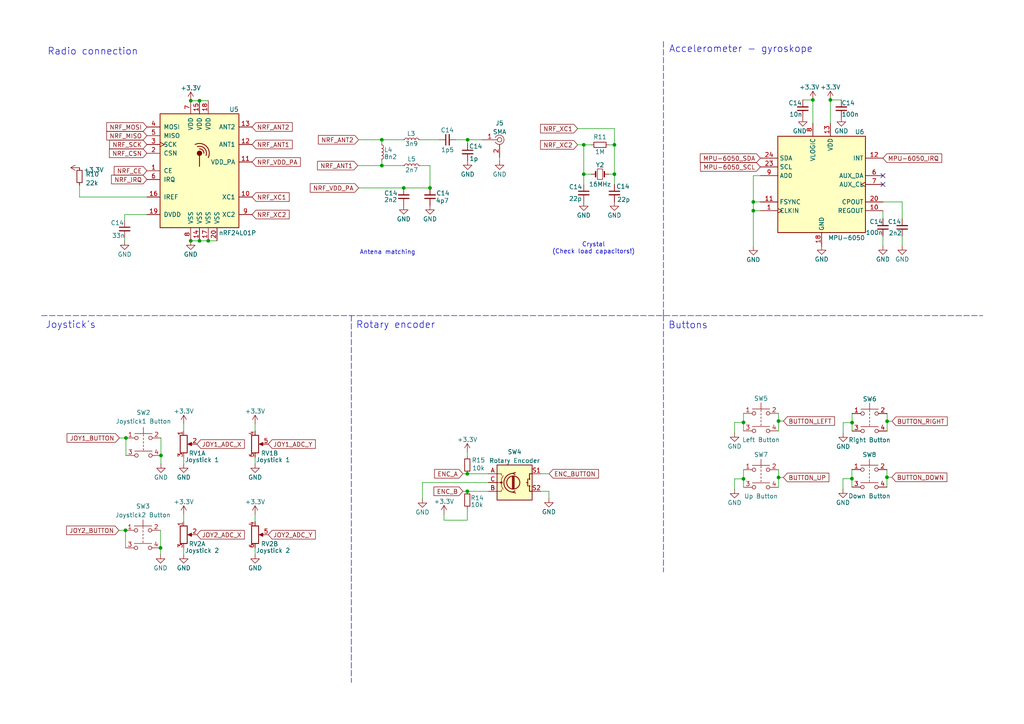
<source format=kicad_sch>
(kicad_sch (version 20230121) (generator eeschema)
  (paper "A4")
  (title_block (title "nRF24L01+") (date "2023-06-22") (rev "v01") (comment 1 "Radio communication IC schematic"))
  (lib_symbols
    (symbol "Device:C_Small" (pin_numbers hide) (pin_names (offset 0.254) hide)
      (property "Reference" "C" (at 0.254 1.778 0))
      (property "Value" "C_Small" (at 0.254 -2.032 0))
      (symbol "C_Small_0_1"
        (polyline (pts (xy -1.524 -0.508) (xy 1.524 -0.508)) (stroke (width 0.3302)))
        (polyline (pts (xy -1.524 0.508) (xy 1.524 0.508)) (stroke (width 0.3048)))
      )
      (symbol "C_Small_1_1"
        (pin passive line (at 0 2.54 270) (length 2.032) (name "~") (number "1"))
        (pin passive line (at 0 -2.54 90) (length 2.032) (name "~") (number "2"))
      )
    )
    (symbol "Device:Crystal_Small" (pin_numbers hide) (pin_names (offset 1.016) hide)
      (property "Reference" "Y" (at 0 2.54 0))
      (property "Value" "Crystal_Small" (at 0 -2.54 0))
      (symbol "Crystal_Small_0_1"
        (rectangle (start -0.762 -1.524) (end 0.762 1.524))
        (polyline (pts (xy -1.27 -0.762) (xy -1.27 0.762)) (stroke (width 0.381)))
        (polyline (pts (xy 1.27 -0.762) (xy 1.27 0.762)) (stroke (width 0.381)))
      )
      (symbol "Crystal_Small_1_1"
        (pin passive line (at -2.54 0 0) (length 1.27) (name "1") (number "1"))
        (pin passive line (at 2.54 0 180) (length 1.27) (name "2") (number "2"))
      )
    )
    (symbol "Device:L_Small" (pin_numbers hide) (pin_names (offset 0.254) hide)
      (property "Reference" "L" (at 0.762 1.016 0))
      (property "Value" "L_Small" (at 0.762 -1.016 0))
      (symbol "L_Small_0_1"
        (arc (start 0 -2.032) (mid 0.5058 -1.524) (end 0 -1.016))
        (arc (start 0 -1.016) (mid 0.5058 -0.508) (end 0 0))
        (arc (start 0 0) (mid 0.5058 0.508) (end 0 1.016))
        (arc (start 0 1.016) (mid 0.5058 1.524) (end 0 2.032))
      )
      (symbol "L_Small_1_1"
        (pin passive line (at 0 2.54 270) (length 0.508) (name "~") (number "1"))
        (pin passive line (at 0 -2.54 90) (length 0.508) (name "~") (number "2"))
      )
    )
    (symbol "Device:R_Potentiometer_Dual_Separate" (pin_names (offset 1.016) hide)
      (property "Reference" "RV" (at -4.445 0 90))
      (property "Value" "R_Potentiometer_Dual_Separate" (at -2.54 0 90))
      (symbol "R_Potentiometer_Dual_Separate_0_1"
        (polyline (pts (xy 2.54 0) (xy 1.524 0)))
        (polyline (pts (xy 1.143 0) (xy 2.286 0.508) (xy 2.286 -0.508) (xy 1.143 0)) (fill (type outline)))
        (rectangle (start 1.016 2.54) (end -1.016 -2.54) (stroke (width 0.254)))
      )
      (symbol "R_Potentiometer_Dual_Separate_1_1"
        (pin passive line (at 0 3.81 270) (length 1.27) (name "1") (number "1"))
        (pin passive line (at 3.81 0 180) (length 1.27) (name "2") (number "2"))
        (pin passive line (at 0 -3.81 90) (length 1.27) (name "3") (number "3"))
      )
      (symbol "R_Potentiometer_Dual_Separate_2_1"
        (pin passive line (at 0 3.81 270) (length 1.27) (name "4") (number "4"))
        (pin passive line (at 3.81 0 180) (length 1.27) (name "5") (number "5"))
        (pin passive line (at 0 -3.81 90) (length 1.27) (name "6") (number "6"))
      )
    )
    (symbol "Device:R_Small" (pin_numbers hide) (pin_names (offset 0.254) hide)
      (property "Reference" "R" (at 0.762 0.508 0))
      (property "Value" "R_Small" (at 0.762 -1.016 0))
      (symbol "R_Small_0_1"
        (rectangle (start -0.762 1.778) (end 0.762 -1.778) (stroke (width 0.2032)))
      )
      (symbol "R_Small_1_1"
        (pin passive line (at 0 2.54 270) (length 0.762) (name "~") (number "1"))
        (pin passive line (at 0 -2.54 90) (length 0.762) (name "~") (number "2"))
      )
    )
    (symbol "Device:RotaryEncoder_Switch" (pin_names (offset 0.254) hide)
      (property "Reference" "SW" (at 0 6.604 0))
      (property "Value" "RotaryEncoder_Switch" (at 0 -6.604 0))
      (symbol "RotaryEncoder_Switch_0_1"
        (rectangle (start -5.08 5.08) (end 5.08 -5.08) (stroke (width 0.254)) (fill (type background)))
        (circle (center -3.81 0) (radius 0.254) (fill (type outline)))
        (circle (center -0.381 0) (radius 1.905) (stroke (width 0.254)))
        (arc (start -0.381 2.667) (mid -3.0988 -0.0635) (end -0.381 -2.794) (stroke (width 0.254)))
        (polyline (pts (xy -0.635 -1.778) (xy -0.635 1.778)) (stroke (width 0.254)))
        (polyline (pts (xy -0.381 -1.778) (xy -0.381 1.778)) (stroke (width 0.254)))
        (polyline (pts (xy -0.127 1.778) (xy -0.127 -1.778)) (stroke (width 0.254)))
        (polyline (pts (xy 3.81 0) (xy 3.429 0)) (stroke (width 0.254)))
        (polyline (pts (xy 3.81 1.016) (xy 3.81 -1.016)) (stroke (width 0.254)))
        (polyline (pts (xy -5.08 -2.54) (xy -3.81 -2.54) (xy -3.81 -2.032)))
        (polyline (pts (xy -5.08 2.54) (xy -3.81 2.54) (xy -3.81 2.032)))
        (polyline (pts (xy 0.254 -3.048) (xy -0.508 -2.794) (xy 0.127 -2.413)) (stroke (width 0.254)))
        (polyline (pts (xy 0.254 2.921) (xy -0.508 2.667) (xy 0.127 2.286)) (stroke (width 0.254)))
        (polyline (pts (xy 5.08 -2.54) (xy 4.318 -2.54) (xy 4.318 -1.016)) (stroke (width 0.254)))
        (polyline (pts (xy 5.08 2.54) (xy 4.318 2.54) (xy 4.318 1.016)) (stroke (width 0.254)))
        (polyline (pts (xy -5.08 0) (xy -3.81 0) (xy -3.81 -1.016) (xy -3.302 -2.032)))
        (polyline (pts (xy -4.318 0) (xy -3.81 0) (xy -3.81 1.016) (xy -3.302 2.032)))
        (circle (center 4.318 -1.016) (radius 0.127) (stroke (width 0.254)))
        (circle (center 4.318 1.016) (radius 0.127) (stroke (width 0.254)))
      )
      (symbol "RotaryEncoder_Switch_1_1"
        (pin passive line (at -7.62 2.54 0) (length 2.54) (name "A") (number "A"))
        (pin passive line (at -7.62 -2.54 0) (length 2.54) (name "B") (number "B"))
        (pin passive line (at -7.62 0 0) (length 2.54) (name "C") (number "C"))
        (pin passive line (at 7.62 2.54 180) (length 2.54) (name "S1") (number "S1"))
        (pin passive line (at 7.62 -2.54 180) (length 2.54) (name "S2") (number "S2"))
      )
    )
    (symbol "RF:nRF24L01P" (pin_names (offset 1.016))
      (property "Reference" "U5" (at 4.4959 20.066 0))
      (property "Value" "nRF24L01P" (at 4.4959 17.526 0))
      (symbol "nRF24L01P_0_1"
        (rectangle (start -11.43 16.51) (end 11.43 -16.51) (stroke (width 0.254)) (fill (type background)))
        (polyline (pts (xy 0 4.445) (xy 0 1.27)) (stroke (width 0.254)))
        (circle (center 0 5.08) (radius 0.635) (stroke (width 0.254)) (fill (type outline)))
        (arc (start 1.27 5.08) (mid 0.9071 5.9946) (end 0 6.35) (stroke (width 0.254)))
        (arc (start 1.905 4.445) (mid 1.4313 6.5254) (end -0.635 6.985) (stroke (width 0.254)))
        (arc (start 2.54 3.81) (mid 2.008 7.088) (end -1.27 7.62) (stroke (width 0.254)))
        (rectangle (start 11.43 -13.97) (end 11.43 -13.97))
      )
      (symbol "nRF24L01P_1_1"
        (pin input line (at -15.24 0 0) (length 3.81) (name "CE") (number "1"))
        (pin passive line (at 15.24 -7.62 180) (length 3.81) (name "XC1") (number "10"))
        (pin power_out line (at 15.24 2.54 180) (length 3.81) (name "VDD_PA") (number "11"))
        (pin passive line (at 15.24 7.62 180) (length 3.81) (name "ANT1") (number "12"))
        (pin passive line (at 15.24 12.7 180) (length 3.81) (name "ANT2") (number "13"))
        (pin power_in line (at 0 -20.32 90) (length 3.81) (name "VSS") (number "14"))
        (pin power_in line (at 0 20.32 270) (length 3.81) (name "VDD") (number "15"))
        (pin passive line (at -15.24 -7.62 0) (length 3.81) (name "IREF") (number "16"))
        (pin power_in line (at 2.54 -20.32 90) (length 3.81) (name "VSS") (number "17"))
        (pin power_in line (at 2.54 20.32 270) (length 3.81) (name "VDD") (number "18"))
        (pin power_out line (at -15.24 -12.7 0) (length 3.81) (name "DVDD") (number "19"))
        (pin input line (at -15.24 5.08 0) (length 3.81) (name "CSN") (number "2"))
        (pin power_in line (at 5.08 -20.32 90) (length 3.81) (name "VSS") (number "20"))
        (pin input clock (at -15.24 7.62 0) (length 3.81) (name "SCK") (number "3"))
        (pin input line (at -15.24 12.7 0) (length 3.81) (name "MOSI") (number "4"))
        (pin output line (at -15.24 10.16 0) (length 3.81) (name "MISO") (number "5"))
        (pin output line (at -15.24 -2.54 0) (length 3.81) (name "IRQ") (number "6"))
        (pin power_in line (at -2.54 20.32 270) (length 3.81) (name "VDD") (number "7"))
        (pin power_in line (at -2.54 -20.32 90) (length 3.81) (name "VSS") (number "8"))
        (pin passive line (at 15.24 -12.7 180) (length 3.81) (name "XC2") (number "9"))
      )
    )
    (symbol "Sensor_Motion:MPU-6050"
      (property "Reference" "U" (at -11.43 13.97 0))
      (property "Value" "MPU-6050" (at 7.62 -15.24 0))
      (symbol "MPU-6050_0_0"
        (text "" (at 12.7 -2.54 0) (effects (font (size 1.27 1.27))))
      )
      (symbol "MPU-6050_0_1"
        (rectangle (start -12.7 13.97) (end 12.7 -13.97) (stroke (width 0.254)) (fill (type background)))
      )
      (symbol "MPU-6050_1_1"
        (pin input clock (at -17.78 -7.62 0) (length 5.08) (name "CLKIN") (number "1"))
        (pin passive line (at 17.78 -7.62 180) (length 5.08) (name "REGOUT") (number "10"))
        (pin input line (at -17.78 -5.08 0) (length 5.08) (name "FSYNC") (number "11"))
        (pin output line (at 17.78 7.62 180) (length 5.08) (name "INT") (number "12"))
        (pin power_in line (at 2.54 17.78 270) (length 3.81) (name "VDD") (number "13"))
        (pin no_connect line (at -12.7 -10.16 0) (length 2.54) hide (name "NC") (number "14"))
        (pin no_connect line (at 12.7 12.7 180) (length 2.54) hide (name "NC") (number "15"))
        (pin no_connect line (at 12.7 10.16 180) (length 2.54) hide (name "NC") (number "16"))
        (pin no_connect line (at 12.7 5.08 180) (length 2.54) hide (name "NC") (number "17"))
        (pin power_in line (at 0 -17.78 90) (length 3.81) (name "GND") (number "18"))
        (pin no_connect line (at 12.7 -10.16 180) (length 2.54) hide (name "RESV") (number "19"))
        (pin no_connect line (at -12.7 12.7 0) (length 2.54) hide (name "NC") (number "2"))
        (pin passive line (at 17.78 -5.08 180) (length 5.08) (name "CPOUT") (number "20"))
        (pin no_connect line (at 12.7 -2.54 180) (length 2.54) hide (name "RESV") (number "21"))
        (pin no_connect line (at 12.7 -12.7 180) (length 2.54) hide (name "RESV") (number "22"))
        (pin input line (at -17.78 5.08 0) (length 5.08) (name "SCL") (number "23"))
        (pin bidirectional line (at -17.78 7.62 0) (length 5.08) (name "SDA") (number "24"))
        (pin no_connect line (at -12.7 10.16 0) (length 2.54) hide (name "NC") (number "3"))
        (pin no_connect line (at -12.7 0 0) (length 2.54) hide (name "NC") (number "4"))
        (pin no_connect line (at -12.7 -2.54 0) (length 2.54) hide (name "NC") (number "5"))
        (pin bidirectional line (at 17.78 2.54 180) (length 5.08) (name "AUX_DA") (number "6"))
        (pin output clock (at 17.78 0 180) (length 5.08) (name "AUX_CL") (number "7"))
        (pin power_in line (at -2.54 17.78 270) (length 3.81) (name "VLOGIC") (number "8"))
        (pin input line (at -17.78 2.54 0) (length 5.08) (name "AD0") (number "9"))
      )
    )
    (symbol "Switch:SW_Push_Dual" (pin_names (offset 1.016) hide)
      (property "Reference" "SW" (at 1.27 2.54 0))
      (property "Value" "SW_Push_Dual" (at 0 -6.858 0))
      (symbol "SW_Push_Dual_0_1"
        (circle (center -2.032 -5.08) (radius 0.508))
        (circle (center -2.032 0) (radius 0.508))
        (polyline (pts (xy 0 -3.048) (xy 0 -3.556)))
        (polyline (pts (xy 0 -2.032) (xy 0 -2.54)))
        (polyline (pts (xy 0 -1.524) (xy 0 -1.016)))
        (polyline (pts (xy 0 -0.508) (xy 0 0)))
        (polyline (pts (xy 0 0.508) (xy 0 1.016)))
        (polyline (pts (xy 0 1.27) (xy 0 3.048)))
        (polyline (pts (xy 2.54 -3.81) (xy -2.54 -3.81)))
        (polyline (pts (xy 2.54 1.27) (xy -2.54 1.27)))
        (circle (center 2.032 -5.08) (radius 0.508))
        (circle (center 2.032 0) (radius 0.508))
        (pin passive line (at -5.08 0 0) (length 2.54) (name "1") (number "1"))
        (pin passive line (at 5.08 0 180) (length 2.54) (name "2") (number "2"))
        (pin passive line (at -5.08 -5.08 0) (length 2.54) (name "3") (number "3"))
        (pin passive line (at 5.08 -5.08 180) (length 2.54) (name "4") (number "4"))
      )
    )
    (symbol "dk_Coaxial-Connectors-RF:142-0701-801" (pin_names (offset 1.016))
      (property "Reference" "J" (at -1.27 1.27 0))
      (property "Value" "142-0701-801" (at 1.27 -2.54 0))
      (symbol "142-0701-801_1_1"
        (arc (start -1.27 0) (mid -0.2651 -1.3081) (end 1.27 -0.635))
        (circle (center 0 0) (radius 0.635))
        (arc (start 1.27 0.635) (mid -0.2496 1.3256) (end -1.27 0))
        (pin passive line (at 5.08 0 180) (length 4.445) (name "~") (number "1"))
        (pin passive line (at 0 -5.08 90) (length 3.683) (name "~") (number "2"))
      )
    )
    (symbol "power:+3.3V" (power) (pin_names (offset 0))
      (property "Value" "+3.3V" (at 0 3.556 0))
      (symbol "+3.3V_0_1"
        (polyline (pts (xy -0.762 1.27) (xy 0 2.54)))
        (polyline (pts (xy 0 0) (xy 0 2.54)))
        (polyline (pts (xy 0 2.54) (xy 0.762 1.27)))
      )
      (symbol "+3.3V_1_1"
        (pin power_in line (at 0 0 90) (length 0) hide (name "+3.3V") (number "1"))
      )
    )
    (symbol "power:GND" (power) (pin_names (offset 0))
      (property "Value" "GND" (at 0 -3.81 0))
      (symbol "GND_0_1"
        (polyline (pts (xy 0 0) (xy 0 -1.27) (xy 1.27 -1.27) (xy 0 -2.54) (xy -1.27 -1.27) (xy 0 -1.27)))
      )
      (symbol "GND_1_1"
        (pin power_in line (at 0 0 270) (length 0) hide (name "GND") (number "1"))
      )
    )
  )
  (junction (at 257.2512 138.43))
  (junction (at 225.806 122.1232))
  (junction (at 57.8612 29.21))
  (junction (at 36.5252 127.0254))
  (junction (at 225.806 138.4808))
  (junction (at 247.142 122.5804))
  (junction (at 135.636 40.5384))
  (junction (at 235.7628 28.9814))
  (junction (at 218.4908 61.1124))
  (junction (at 135.5344 137.414))
  (junction (at 55.3212 69.85))
  (junction (at 240.8428 28.9814))
  (junction (at 60.4012 69.85))
  (junction (at 169.3164 50.5206))
  (junction (at 124.714 54.5084))
  (junction (at 178.2064 50.5206))
  (junction (at 215.646 138.8872))
  (junction (at 117.094 54.5084))
  (junction (at 178.2064 42.0116))
  (junction (at 110.744 48.0314))
  (junction (at 57.8612 69.85))
  (junction (at 46.5582 158.9024))
  (junction (at 257.302 122.174))
  (junction (at 46.6852 132.1054))
  (junction (at 55.3212 29.21))
  (junction (at 218.4908 58.5724))
  (junction (at 36.3982 153.8224))
  (junction (at 110.744 40.5384))
  (junction (at 215.646 122.5296))
  (junction (at 247.0912 138.8364))
  (junction (at 135.5344 142.494))
  (junction (at 169.3164 42.0116))
  (no_connect (at 256.0828 50.9524))
  (no_connect (at 256.0828 53.4924))
  (wire (pts (xy 53.2892 149.2504) (xy 53.2892 151.2824)))
  (wire (pts (xy 36.1442 62.23) (xy 42.6212 62.23)))
  (wire (pts (xy 178.2064 50.5206) (xy 178.2064 42.0116)))
  (wire (pts (xy 110.744 48.0314) (xy 116.84 48.0314)))
  (wire (pts (xy 247.0912 136.1948) (xy 247.0912 138.8364)))
  (polyline (pts (xy 192.4304 12.0396) (xy 192.4304 91.5416)) (stroke (width 0) (type dash)))
  (wire (pts (xy 261.6708 68.4784) (xy 261.6708 71.2724)))
  (wire (pts (xy 110.744 46.6344) (xy 110.744 48.0314)))
  (wire (pts (xy 135.5344 142.494) (xy 141.6304 142.494)))
  (wire (pts (xy 257.302 119.9388) (xy 257.302 122.174)))
  (wire (pts (xy 169.3164 50.5206) (xy 171.4754 50.5206)))
  (wire (pts (xy 232.8418 28.9814) (xy 235.7628 28.9814)))
  (wire (pts (xy 215.646 122.5296) (xy 215.646 124.968)))
  (wire (pts (xy 53.2892 122.9614) (xy 53.2892 124.9934)))
  (wire (pts (xy 218.4908 58.5724) (xy 220.5228 58.5724)))
  (wire (pts (xy 215.646 138.8872) (xy 215.646 141.3256)))
  (wire (pts (xy 110.744 40.5384) (xy 116.84 40.5384)))
  (wire (pts (xy 46.5582 153.8224) (xy 46.5582 158.9024)))
  (wire (pts (xy 104.013 40.5384) (xy 110.744 40.5384)))
  (wire (pts (xy 178.2064 42.0116) (xy 178.2064 37.3126)))
  (wire (pts (xy 244.5004 138.8364) (xy 247.0912 138.8364)))
  (wire (pts (xy 60.4012 69.85) (xy 62.9412 69.85)))
  (wire (pts (xy 244.5004 141.8336) (xy 244.5004 138.8364)))
  (wire (pts (xy 53.2892 132.6134) (xy 53.2892 134.5184)))
  (wire (pts (xy 73.9902 158.9024) (xy 73.9902 160.8074)))
  (wire (pts (xy 141.6304 139.954) (xy 122.5296 139.954)))
  (wire (pts (xy 167.5384 42.0116) (xy 169.3164 42.0116)))
  (wire (pts (xy 128.778 149.1488) (xy 128.778 150.876)))
  (wire (pts (xy 257.302 122.174) (xy 258.7244 122.174)))
  (wire (pts (xy 42.6212 57.15) (xy 23.0632 57.15)))
  (wire (pts (xy 55.3212 29.21) (xy 57.8612 29.21)))
  (wire (pts (xy 23.0632 57.15) (xy 23.0632 53.721)))
  (wire (pts (xy 178.2064 53.4416) (xy 178.2064 50.5206)))
  (wire (pts (xy 225.806 122.1232) (xy 227.2284 122.1232)))
  (polyline (pts (xy 101.9048 91.5416) (xy 101.9048 197.9676)) (stroke (width 0) (type dash)))
  (wire (pts (xy 36.5252 127.0254) (xy 36.5252 132.1054)))
  (wire (pts (xy 134.2644 142.494) (xy 135.5344 142.494)))
  (wire (pts (xy 256.0828 68.4784) (xy 256.0828 71.2724)))
  (wire (pts (xy 257.2512 138.43) (xy 257.2512 141.2748)))
  (wire (pts (xy 34.6202 127.0254) (xy 36.5252 127.0254)))
  (wire (pts (xy 144.907 45.6184) (xy 144.907 46.6344)))
  (wire (pts (xy 169.3164 42.0116) (xy 171.4754 42.0116)))
  (wire (pts (xy 215.646 136.2456) (xy 215.646 138.8872)))
  (wire (pts (xy 247.142 119.9388) (xy 247.142 122.5804)))
  (polyline (pts (xy 192.4304 91.4908) (xy 192.4304 165.9128)) (stroke (width 0) (type dash)))
  (wire (pts (xy 36.3982 153.8224) (xy 36.3982 158.9024)))
  (wire (pts (xy 156.8704 142.494) (xy 159.2072 142.494)))
  (wire (pts (xy 135.5344 137.414) (xy 141.6304 137.414)))
  (wire (pts (xy 121.92 40.5384) (xy 127.254 40.5384)))
  (wire (pts (xy 213.0552 125.5268) (xy 213.0552 122.5296)))
  (wire (pts (xy 167.5384 37.3126) (xy 178.2064 37.3126)))
  (wire (pts (xy 218.4908 50.9524) (xy 218.4908 58.5724)))
  (wire (pts (xy 73.9902 122.9614) (xy 73.9902 124.9934)))
  (wire (pts (xy 57.8612 69.85) (xy 60.4012 69.85)))
  (wire (pts (xy 36.1442 68.961) (xy 36.1442 69.85)))
  (wire (pts (xy 240.8428 28.9814) (xy 240.8428 35.7124)))
  (wire (pts (xy 256.0828 58.5724) (xy 261.6708 58.5724)))
  (wire (pts (xy 124.714 48.0314) (xy 124.714 54.5084)))
  (wire (pts (xy 46.5582 158.9024) (xy 46.5582 160.8074)))
  (wire (pts (xy 213.0552 141.8844) (xy 213.0552 138.8872)))
  (wire (pts (xy 257.2512 136.1948) (xy 257.2512 138.43)))
  (wire (pts (xy 257.2512 138.43) (xy 258.6736 138.43)))
  (wire (pts (xy 225.806 136.2456) (xy 225.806 138.4808)))
  (wire (pts (xy 46.6852 127.0254) (xy 46.6852 132.1054)))
  (wire (pts (xy 134.2644 137.414) (xy 135.5344 137.414)))
  (wire (pts (xy 169.3164 53.4416) (xy 169.3164 50.5206)))
  (wire (pts (xy 218.4908 61.1124) (xy 218.4908 71.3994)))
  (wire (pts (xy 55.3212 69.85) (xy 57.8612 69.85)))
  (wire (pts (xy 225.806 138.4808) (xy 225.806 141.3256)))
  (wire (pts (xy 261.6708 58.5724) (xy 261.6708 63.3984)))
  (polyline (pts (xy 12.0396 91.5416) (xy 285.0388 91.5416)) (stroke (width 0) (type dash)))
  (wire (pts (xy 73.9902 132.6134) (xy 73.9902 134.5184)))
  (wire (pts (xy 73.9902 149.2504) (xy 73.9902 151.2824)))
  (wire (pts (xy 110.744 41.5544) (xy 110.744 40.5384)))
  (wire (pts (xy 176.5554 50.5206) (xy 178.2064 50.5206)))
  (wire (pts (xy 218.4908 58.5724) (xy 218.4908 61.1124)))
  (wire (pts (xy 132.334 40.5384) (xy 135.636 40.5384)))
  (wire (pts (xy 135.5344 150.876) (xy 135.5344 147.574)))
  (wire (pts (xy 178.2064 42.0116) (xy 176.5554 42.0116)))
  (wire (pts (xy 247.142 122.5804) (xy 247.142 125.0188)))
  (wire (pts (xy 244.5512 122.5804) (xy 247.142 122.5804)))
  (wire (pts (xy 135.636 40.5384) (xy 139.827 40.5384)))
  (wire (pts (xy 240.8428 28.9814) (xy 244.0178 28.9814)))
  (wire (pts (xy 159.2072 142.494) (xy 159.2072 144.526)))
  (wire (pts (xy 169.3164 42.0116) (xy 169.3164 50.5206)))
  (wire (pts (xy 104.013 54.5084) (xy 117.094 54.5084)))
  (wire (pts (xy 225.806 138.4808) (xy 227.2284 138.4808)))
  (wire (pts (xy 256.0828 61.1124) (xy 256.0828 63.3984)))
  (wire (pts (xy 220.5228 50.9524) (xy 218.4908 50.9524)))
  (wire (pts (xy 53.2892 158.9024) (xy 53.2892 160.8074)))
  (wire (pts (xy 225.806 122.1232) (xy 225.806 124.968)))
  (wire (pts (xy 225.806 119.888) (xy 225.806 122.1232)))
  (wire (pts (xy 135.5344 131.191) (xy 135.5344 132.334)))
  (wire (pts (xy 218.4908 61.1124) (xy 220.5228 61.1124)))
  (wire (pts (xy 156.8704 137.414) (xy 159.258 137.414)))
  (wire (pts (xy 215.646 119.888) (xy 215.646 122.5296)))
  (wire (pts (xy 46.6852 132.1054) (xy 46.6852 134.5184)))
  (wire (pts (xy 244.5512 125.5776) (xy 244.5512 122.5804)))
  (wire (pts (xy 121.92 48.0314) (xy 124.714 48.0314)))
  (wire (pts (xy 103.759 48.0314) (xy 110.744 48.0314)))
  (wire (pts (xy 57.8612 29.21) (xy 60.4012 29.21)))
  (wire (pts (xy 36.1442 63.881) (xy 36.1442 62.23)))
  (wire (pts (xy 247.0912 138.8364) (xy 247.0912 141.2748)))
  (wire (pts (xy 122.5296 139.954) (xy 122.5296 144.6276)))
  (wire (pts (xy 117.094 54.5084) (xy 124.714 54.5084)))
  (wire (pts (xy 213.0552 122.5296) (xy 215.646 122.5296)))
  (wire (pts (xy 213.0552 138.8872) (xy 215.646 138.8872)))
  (wire (pts (xy 135.636 40.5384) (xy 135.636 41.5544)))
  (wire (pts (xy 235.7628 28.9814) (xy 235.7628 35.7124)))
  (wire (pts (xy 128.778 150.876) (xy 135.5344 150.876)))
  (wire (pts (xy 34.4932 153.8224) (xy 36.3982 153.8224)))
  (wire (pts (xy 257.302 122.174) (xy 257.302 125.0188)))
  (text "Rotary encoder" (at 103.2256 95.504 0) (effects (font (size 2 2)) (justify left bottom)))
  (text "Radio connection\n" (at 13.716 16.2052 0) (effects (font (size 2 2)) (justify left bottom)))
  (text "Buttons\n" (at 193.802 95.6056 0) (effects (font (size 2 2)) (justify left bottom)))
  (text "Antena matching\n\n" (at 104.2924 76.0476 0) (effects (font (size 1.27 1.27)) (justify left bottom)))
  (text "Accelerometer - gyroskope\n\n" (at 194.0052 18.6944 0) (effects (font (size 2 2)) (justify left bottom)))
  (text "	    Crystal\n(Check load capacitors!)" (at 160.1216 73.8124 0) (effects (font (size 1.27 1.27)) (justify left bottom)))
  (text "Joystick's" (at 13.1572 95.504 0) (effects (font (size 2 2)) (justify left bottom)))
  (global_label "BUTTON_RIGHT" (shape input) (at 258.7244 122.174 0) (property "Intersheetrefs" "${INTERSHEET_REFS}" (effects hide)))
  (global_label "NRF_CSN" (shape input) (at 42.6212 44.45 180) (property "Intersheetrefs" "${INTERSHEET_REFS}" (effects hide)))
  (global_label "MPU-6050_SDA" (shape input) (at 220.5228 45.8724 180) (property "Intersheetrefs" "${INTERSHEET_REFS}" (effects hide)))
  (global_label "NRF_MOSI" (shape input) (at 42.6212 36.83 180) (property "Intersheetrefs" "${INTERSHEET_REFS}" (effects hide)))
  (global_label "NRF_XC2" (shape input) (at 167.5384 42.0116 180) (property "Intersheetrefs" "${INTERSHEET_REFS}" (effects hide)))
  (global_label "NRF_XC1" (shape input) (at 167.5384 37.3126 180) (property "Intersheetrefs" "${INTERSHEET_REFS}" (effects hide)))
  (global_label "MPU-6050_SCL" (shape input) (at 220.5228 48.4124 180) (property "Intersheetrefs" "${INTERSHEET_REFS}" (effects hide)))
  (global_label "JOY2_ADC_Y" (shape input) (at 77.8002 155.0924 0) (property "Intersheetrefs" "${INTERSHEET_REFS}" (effects hide)))
  (global_label "NRF_SCK" (shape input) (at 42.6212 41.91 180) (property "Intersheetrefs" "${INTERSHEET_REFS}" (effects hide)))
  (global_label "JOY1_BUTTON" (shape input) (at 34.6202 127.0254 180) (property "Intersheetrefs" "${INTERSHEET_REFS}" (effects hide)))
  (global_label "ENC_B" (shape input) (at 134.2644 142.494 180) (property "Intersheetrefs" "${INTERSHEET_REFS}" (effects hide)))
  (global_label "NRF_XC1" (shape input) (at 73.1012 57.15 0) (property "Intersheetrefs" "${INTERSHEET_REFS}" (effects hide)))
  (global_label "MPU-6050_IRQ" (shape input) (at 256.0828 45.8724 0) (property "Intersheetrefs" "${INTERSHEET_REFS}" (effects hide)))
  (global_label "BUTTON_LEFT" (shape input) (at 227.2284 122.1232 0) (property "Intersheetrefs" "${INTERSHEET_REFS}" (effects hide)))
  (global_label "JOY1_ADC_X" (shape input) (at 57.0992 128.8034 0) (property "Intersheetrefs" "${INTERSHEET_REFS}" (effects hide)))
  (global_label "NRF_ANT2" (shape input) (at 73.1012 36.83 0) (property "Intersheetrefs" "${INTERSHEET_REFS}" (effects hide)))
  (global_label "JOY1_ADC_Y" (shape input) (at 77.8002 128.8034 0) (property "Intersheetrefs" "${INTERSHEET_REFS}" (effects hide)))
  (global_label "BUTTON_UP" (shape input) (at 227.2284 138.4808 0) (property "Intersheetrefs" "${INTERSHEET_REFS}" (effects hide)))
  (global_label "NRF_ANT1" (shape input) (at 73.1012 41.91 0) (property "Intersheetrefs" "${INTERSHEET_REFS}" (effects hide)))
  (global_label "NRF_ANT2" (shape input) (at 104.013 40.5384 180) (property "Intersheetrefs" "${INTERSHEET_REFS}" (effects hide)))
  (global_label "BUTTON_DOWN" (shape input) (at 258.6736 138.43 0) (property "Intersheetrefs" "${INTERSHEET_REFS}" (effects hide)))
  (global_label "NRF_MISO" (shape input) (at 42.6212 39.37 180) (property "Intersheetrefs" "${INTERSHEET_REFS}" (effects hide)))
  (global_label "ENC_A" (shape input) (at 134.2644 137.414 180) (property "Intersheetrefs" "${INTERSHEET_REFS}" (effects hide)))
  (global_label "JOY2_ADC_X" (shape input) (at 57.0992 155.0924 0) (property "Intersheetrefs" "${INTERSHEET_REFS}" (effects hide)))
  (global_label "NRF_VDD_PA" (shape input) (at 73.1012 46.99 0) (property "Intersheetrefs" "${INTERSHEET_REFS}" (effects hide)))
  (global_label "NRF_XC2" (shape input) (at 73.1012 62.23 0) (property "Intersheetrefs" "${INTERSHEET_REFS}" (effects hide)))
  (global_label "NRF_ANT1" (shape input) (at 103.759 48.0314 180) (property "Intersheetrefs" "${INTERSHEET_REFS}" (effects hide)))
  (global_label "NRF_CE" (shape input) (at 42.6212 49.53 180) (property "Intersheetrefs" "${INTERSHEET_REFS}" (effects hide)))
  (global_label "JOY2_BUTTON" (shape input) (at 34.4932 153.8224 180) (property "Intersheetrefs" "${INTERSHEET_REFS}" (effects hide)))
  (global_label "ENC_BUTTON" (shape input) (at 159.258 137.414 0) (property "Intersheetrefs" "${INTERSHEET_REFS}" (effects hide)))
  (global_label "NRF_VDD_PA" (shape input) (at 104.013 54.5084 180) (property "Intersheetrefs" "${INTERSHEET_REFS}" (effects hide)))
  (global_label "NRF_IRQ" (shape input) (at 42.6212 52.07 180) (property "Intersheetrefs" "${INTERSHEET_REFS}" (effects hide)))
  (symbol (lib_id "Device:L_Small") (at 119.38 40.5384 90) (unit 1)
    (property "Reference" "L3" (at 119.253 38.7604 90))
    (property "Value" "3n9" (at 119.38 41.6814 90))
  )
  (symbol (lib_id "Device:R_Small") (at 135.5344 134.874 0) (unit 1)
    (property "Reference" "R15" (at 136.8044 133.477 0) (effects (justify left)))
    (property "Value" "10k" (at 136.9314 135.763 0) (effects (justify left)))
  )
  (symbol (lib_id "power:GND") (at 117.094 59.5884 0) (unit 1)
    (property "Reference" "#PWR03" (effects hide))
    (property "Value" "GND" (at 117.094 63.5254 0))
    (instances (project "Controller_board" (path "" (reference "#PWR03") (unit 1)) (path "" (reference "#PWR044") (unit 1))))
  )
  (symbol (lib_id "Device:C_Small") (at 36.1442 66.421 0) (unit 1)
    (property "Reference" "C14" (at 32.0802 64.643 0) (effects (justify left)))
    (property "Value" "33n" (at 32.4612 68.326 0) (effects (justify left)))
    (instances (project "Controller_board" (path "" (reference "C14") (unit 1)) (path "" (reference "C16") (unit 1))))
  )
  (symbol (lib_id "power:+3.3V") (at 53.2892 149.2504 0) (unit 1)
    (property "Reference" "#PWR028" (effects hide))
    (property "Value" "+3.3V" (at 53.2892 145.5674 0))
    (instances (project "Controller_board" (path "" (reference "#PWR028") (unit 1)) (path "" (reference "#PWR061") (unit 1))))
  )
  (symbol (lib_id "power:GND") (at 46.5582 160.8074 0) (unit 1)
    (property "Reference" "#PWR03" (effects hide))
    (property "Value" "GND" (at 46.5582 164.7444 0))
    (instances (project "Controller_board" (path "" (reference "#PWR03") (unit 1)) (path "" (reference "#PWR066") (unit 1))))
  )
  (symbol (lib_id "power:GND") (at 159.2072 144.526 0) (unit 1)
    (property "Reference" "#PWR03" (effects hide))
    (property "Value" "GND" (at 159.2072 148.463 0))
    (instances (project "Controller_board" (path "" (reference "#PWR03") (unit 1)) (path "" (reference "#PWR072") (unit 1))))
  )
  (symbol (lib_id "Device:R_Potentiometer_Dual_Separate") (at 73.9902 128.8034 0) (unit 2)
    (property "Reference" "RV1" (at 78.1812 131.4704 0))
    (property "Value" "Joystick 1" (at 79.1972 133.3754 0))
  )
  (symbol (lib_id "power:+3.3V") (at 135.5344 131.191 0) (unit 1)
    (property "Reference" "#PWR028" (effects hide))
    (property "Value" "+3.3V" (at 135.5344 127.508 0))
    (instances (project "Controller_board" (path "" (reference "#PWR028") (unit 1)) (path "" (reference "#PWR070") (unit 1))))
  )
  (symbol (lib_id "Device:R_Small") (at 135.5344 145.034 0) (unit 1)
    (property "Reference" "R14" (at 136.4488 144.4244 0) (effects (justify left)))
    (property "Value" "10k" (at 136.4996 146.4056 0) (effects (justify left)))
  )
  (symbol (lib_id "dk_Coaxial-Connectors-RF:142-0701-801") (at 144.907 40.5384 0) (mirror y) (unit 1)
    (property "Reference" "J5" (at 144.9071 35.7124 0))
    (property "Value" "SMA" (at 144.9071 38.2524 0))
    (property "Footprint" "digikey-footprints:RF_SMA_BoardEdge_142-0701-801" (effects hide))
    (property "Datasheet" "http://www.belfuse.com/resources/Johnson/drawings/dr-1420701801.pdf" (effects hide))
    (property "Digi-Key_PN" "J502-ND" (effects hide))
    (property "MPN" "142-0701-801" (effects hide))
    (property "Category" "Connectors, Interconnects" (effects hide))
    (property "Family" "Coaxial Connectors (RF)" (effects hide))
    (property "DK_Datasheet_Link" "http://www.belfuse.com/resources/Johnson/drawings/dr-1420701801.pdf" (effects hide))
    (property "DK_Detail_Page" "/product-detail/en/cinch-connectivity-solutions-johnson/142-0701-801/J502-ND/35280" (effects hide))
    (property "Description" "CONN SMA JACK STR 50OHM EDGE MNT" (effects hide))
    (property "Manufacturer" "Cinch Connectivity Solutions Johnson" (effects hide))
    (property "Status" "Active" (effects hide))
  )
  (symbol (lib_id "power:+3.3V") (at 73.9902 149.2504 0) (unit 1)
    (property "Reference" "#PWR028" (effects hide))
    (property "Value" "+3.3V" (at 73.9902 145.5674 0))
    (instances (project "Controller_board" (path "" (reference "#PWR028") (unit 1)) (path "" (reference "#PWR062") (unit 1))))
  )
  (symbol (lib_id "RF:nRF24L01P") (at 57.8612 49.53 0) (unit 1)
    (property "Reference" "U5" (at 66.4972 31.75 0) (effects (justify left)))
    (property "Value" "nRF24L01P" (at 63.4492 67.564 0) (effects (justify left)))
    (property "Footprint" "Package_DFN_QFN:QFN-20-1EP_4x4mm_P0.5mm_EP2.5x2.5mm" (effects hide))
    (property "Datasheet" "http://www.nordicsemi.com/eng/content/download/2726/34069/file/nRF24L01P_Product_Specification_1_0.pdf" (effects hide))
  )
  (symbol (lib_id "Device:C_Small") (at 256.0828 65.9384 180) (unit 1)
    (property "Reference" "C14" (at 256.0828 64.2874 0) (effects (justify left)))
    (property "Value" "100n" (at 256.0828 67.4624 0) (effects (justify left)))
    (instances (project "Controller_board" (path "" (reference "C14") (unit 1)) (path "" (reference "C24") (unit 1))))
  )
  (symbol (lib_id "Switch:SW_Push_Dual") (at 41.4782 153.8224 0) (unit 1)
    (property "Reference" "SW3" (at 41.4782 146.8374 0))
    (property "Value" "Joystick2 Button" (at 41.4782 149.3774 0))
  )
  (symbol (lib_id "power:+3.3V") (at 23.0632 48.641 90) (unit 1)
    (property "Reference" "#PWR028" (effects hide))
    (property "Value" "+3.3V" (at 24.2062 49.276 90) (effects (justify right)))
    (instances (project "Controller_board" (path "" (reference "#PWR028") (unit 1)) (path "" (reference "#PWR041") (unit 1))))
  )
  (symbol (lib_id "Switch:SW_Push_Dual") (at 41.6052 127.0254 0) (unit 1)
    (property "Reference" "SW2" (at 41.6052 119.6594 0))
    (property "Value" "Joystick1 Button" (at 41.6052 122.1994 0))
  )
  (symbol (lib_id "Switch:SW_Push_Dual") (at 252.1712 136.1948 0) (unit 1)
    (property "Reference" "SW8" (at 252.1712 131.8768 0))
    (property "Value" "Down Button" (at 252.1712 143.8656 0))
  )
  (symbol (lib_id "power:GND") (at 135.636 46.6344 0) (unit 1)
    (property "Reference" "#PWR03" (effects hide))
    (property "Value" "GND" (at 135.636 50.5714 0))
    (instances (project "Controller_board" (path "" (reference "#PWR03") (unit 1)) (path "" (reference "#PWR043") (unit 1))))
  )
  (symbol (lib_id "Device:R_Potentiometer_Dual_Separate") (at 53.2892 155.0924 0) (unit 1)
    (property "Reference" "RV2" (at 59.6392 157.7594 0) (effects (justify right)))
    (property "Value" "Joystick 2" (at 63.5762 159.6644 0) (effects (justify right)))
  )
  (symbol (lib_id "Device:C_Small") (at 261.6708 65.9384 180) (unit 1)
    (property "Reference" "C14" (at 261.4168 64.2874 0) (effects (justify left)))
    (property "Value" "2n2" (at 261.5438 67.5894 0) (effects (justify left)))
    (instances (project "Controller_board" (path "" (reference "C14") (unit 1)) (path "" (reference "C23") (unit 1))))
  )
  (symbol (lib_id "Device:C_Small") (at 124.714 57.0484 180) (unit 1)
    (property "Reference" "C14" (at 130.429 56.0324 0) (effects (justify left)))
    (property "Value" "4p7" (at 130.175 58.1914 0) (effects (justify left)))
    (instances (project "Controller_board" (path "" (reference "C14") (unit 1)) (path "" (reference "C20") (unit 1))))
  )
  (symbol (lib_id "Switch:SW_Push_Dual") (at 220.726 136.2456 0) (unit 1)
    (property "Reference" "SW7" (at 220.726 131.8768 0))
    (property "Value" "Up Button" (at 220.726 143.9164 0))
  )
  (symbol (lib_id "Device:L_Small") (at 119.38 48.0314 90) (unit 1)
    (property "Reference" "L5" (at 119.38 46.1264 90))
    (property "Value" "2n7" (at 119.38 49.3014 90))
  )
  (symbol (lib_id "power:GND") (at 178.2064 58.5216 0) (unit 1)
    (property "Reference" "#PWR03" (effects hide))
    (property "Value" "GND" (at 178.2064 62.4586 0))
    (instances (project "Controller_board" (path "" (reference "#PWR03") (unit 1)) (path "" (reference "#PWR048") (unit 1))))
  )
  (symbol (lib_id "power:+3.3V") (at 55.3212 29.21 0) (unit 1)
    (property "Reference" "#PWR028" (effects hide))
    (property "Value" "+3.3V" (at 55.3212 25.527 0))
    (instances (project "Controller_board" (path "" (reference "#PWR028") (unit 1)) (path "" (reference "#PWR039") (unit 1))))
  )
  (symbol (lib_id "Device:C_Small") (at 129.794 40.5384 90) (unit 1)
    (property "Reference" "C14" (at 131.699 37.7444 90) (effects (justify left)))
    (property "Value" "1p5" (at 131.699 43.4594 90) (effects (justify left)))
    (instances (project "Controller_board" (path "" (reference "C14") (unit 1)) (path "" (reference "C17") (unit 1))))
  )
  (symbol (lib_id "power:GND") (at 238.3028 71.2724 0) (unit 1)
    (property "Reference" "#PWR03" (effects hide))
    (property "Value" "GND" (at 238.3028 75.2094 0))
    (instances (project "Controller_board" (path "" (reference "#PWR03") (unit 1)) (path "" (reference "#PWR049") (unit 1))))
  )
  (symbol (lib_id "power:GND") (at 244.0178 34.0614 0) (unit 1)
    (property "Reference" "#PWR03" (effects hide))
    (property "Value" "GND" (at 244.0178 37.9984 0))
    (instances (project "Controller_board" (path "" (reference "#PWR03") (unit 1)) (path "" (reference "#PWR055") (unit 1))))
  )
  (symbol (lib_id "power:GND") (at 213.0552 125.5268 0) (unit 1)
    (property "Reference" "#PWR03" (effects hide))
    (property "Value" "GND" (at 213.0552 129.4638 0))
    (instances (project "Controller_board" (path "" (reference "#PWR03") (unit 1)) (path "" (reference "#PWR074") (unit 1))))
  )
  (symbol (lib_id "power:GND") (at 73.9902 134.5184 0) (unit 1)
    (property "Reference" "#PWR03" (effects hide))
    (property "Value" "GND" (at 73.9902 138.4554 0))
    (instances (project "Controller_board" (path "" (reference "#PWR03") (unit 1)) (path "" (reference "#PWR060") (unit 1))))
  )
  (symbol (lib_id "Device:R_Small") (at 174.0154 42.0116 90) (unit 1)
    (property "Reference" "R11" (at 174.0154 39.7256 90))
    (property "Value" "1M" (at 174.0154 44.0436 90))
  )
  (symbol (lib_id "power:+3.3V") (at 235.7628 28.9814 0) (unit 1)
    (property "Reference" "#PWR028" (effects hide))
    (property "Value" "+3.3V" (at 234.7468 25.2984 0))
    (instances (project "Controller_board" (path "" (reference "#PWR028") (unit 1)) (path "" (reference "#PWR053") (unit 1))))
  )
  (symbol (lib_id "power:GND") (at 213.0552 141.8844 0) (unit 1)
    (property "Reference" "#PWR03" (effects hide))
    (property "Value" "GND" (at 213.0552 145.8214 0))
    (instances (project "Controller_board" (path "" (reference "#PWR03") (unit 1)) (path "" (reference "#PWR076") (unit 1))))
  )
  (symbol (lib_id "power:GND") (at 124.714 59.5884 0) (unit 1)
    (property "Reference" "#PWR03" (effects hide))
    (property "Value" "GND" (at 124.714 63.5254 0))
    (instances (project "Controller_board" (path "" (reference "#PWR03") (unit 1)) (path "" (reference "#PWR045") (unit 1))))
  )
  (symbol (lib_id "Device:L_Small") (at 110.744 44.0944 0) (unit 1)
    (property "Reference" "L4" (at 111.379 43.4594 0) (effects (justify left)))
    (property "Value" "8n2" (at 111.379 45.4914 0) (effects (justify left)))
  )
  (symbol (lib_id "power:GND") (at 169.3164 58.5216 0) (unit 1)
    (property "Reference" "#PWR03" (effects hide))
    (property "Value" "GND" (at 169.3164 62.4586 0))
    (instances (project "Controller_board" (path "" (reference "#PWR03") (unit 1)) (path "" (reference "#PWR047") (unit 1))))
  )
  (symbol (lib_id "power:GND") (at 55.3212 69.85 0) (unit 1)
    (property "Reference" "#PWR03" (effects hide))
    (property "Value" "GND" (at 55.3212 73.787 0))
    (instances (project "Controller_board" (path "" (reference "#PWR03") (unit 1)) (path "" (reference "#PWR040") (unit 1))))
  )
  (symbol (lib_id "Sensor_Motion:MPU-6050") (at 238.3028 53.4924 0) (unit 1)
    (property "Reference" "U6" (at 247.9548 38.2524 0) (effects (justify left)))
    (property "Value" "MPU-6050" (at 240.2078 68.9864 0) (effects (justify left)))
    (property "Footprint" "Sensor_Motion:InvenSense_QFN-24_4x4mm_P0.5mm" (effects hide))
    (property "Datasheet" "https://invensense.tdk.com/wp-content/uploads/2015/02/MPU-6000-Datasheet1.pdf" (effects hide))
  )
  (symbol (lib_id "power:+3.3V") (at 128.778 149.1488 0) (unit 1)
    (property "Reference" "#PWR028" (effects hide))
    (property "Value" "+3.3V" (at 128.778 145.4658 0))
    (instances (project "Controller_board" (path "" (reference "#PWR028") (unit 1)) (path "" (reference "#PWR069") (unit 1))))
  )
  (symbol (lib_id "Device:C_Small") (at 244.0178 31.5214 180) (unit 1)
    (property "Reference" "C14" (at 247.9548 29.8704 0) (effects (justify left)))
    (property "Value" "100n" (at 249.0978 33.1724 0) (effects (justify left)))
    (instances (project "Controller_board" (path "" (reference "C14") (unit 1)) (path "" (reference "C25") (unit 1))))
  )
  (symbol (lib_id "Device:RotaryEncoder_Switch") (at 149.2504 139.954 0) (unit 1)
    (property "Reference" "SW4" (at 149.2504 131.064 0))
    (property "Value" "Rotary Encoder" (at 149.2504 133.604 0))
  )
  (symbol (lib_id "Device:C_Small") (at 117.094 57.0484 180) (unit 1)
    (property "Reference" "C14" (at 115.316 56.0324 0) (effects (justify left)))
    (property "Value" "2n2" (at 115.189 57.9374 0) (effects (justify left)))
    (instances (project "Controller_board" (path "" (reference "C14") (unit 1)) (path "" (reference "C19") (unit 1))))
  )
  (symbol (lib_id "power:GND") (at 144.907 46.6344 0) (unit 1)
    (property "Reference" "#PWR03" (effects hide))
    (property "Value" "GND" (at 144.907 50.5714 0))
    (instances (project "Controller_board" (path "" (reference "#PWR03") (unit 1)) (path "" (reference "#PWR046") (unit 1))))
  )
  (symbol (lib_id "power:+3.3V") (at 53.2892 122.9614 0) (unit 1)
    (property "Reference" "#PWR028" (effects hide))
    (property "Value" "+3.3V" (at 53.2892 119.2784 0))
    (instances (project "Controller_board" (path "" (reference "#PWR028") (unit 1)) (path "" (reference "#PWR057") (unit 1))))
  )
  (symbol (lib_id "power:+3.3V") (at 73.9902 122.9614 0) (unit 1)
    (property "Reference" "#PWR028" (effects hide))
    (property "Value" "+3.3V" (at 73.9902 119.2784 0))
    (instances (project "Controller_board" (path "" (reference "#PWR028") (unit 1)) (path "" (reference "#PWR059") (unit 1))))
  )
  (symbol (lib_id "Device:R_Potentiometer_Dual_Separate") (at 73.9902 155.0924 0) (unit 2)
    (property "Reference" "RV2" (at 78.1812 157.7594 0))
    (property "Value" "Joystick 2" (at 79.1972 159.6644 0))
  )
  (symbol (lib_id "power:GND") (at 218.4908 71.3994 0) (unit 1)
    (property "Reference" "#PWR03" (effects hide))
    (property "Value" "GND" (at 218.4908 75.3364 0))
    (instances (project "Controller_board" (path "" (reference "#PWR03") (unit 1)) (path "" (reference "#PWR056") (unit 1))))
  )
  (symbol (lib_id "power:GND") (at 122.5296 144.6276 0) (unit 1)
    (property "Reference" "#PWR03" (effects hide))
    (property "Value" "GND" (at 122.5296 148.5646 0))
    (instances (project "Controller_board" (path "" (reference "#PWR03") (unit 1)) (path "" (reference "#PWR071") (unit 1))))
  )
  (symbol (lib_id "power:GND") (at 244.5004 141.8336 0) (unit 1)
    (property "Reference" "#PWR03" (effects hide))
    (property "Value" "GND" (at 244.5004 145.7706 0))
    (instances (project "Controller_board" (path "" (reference "#PWR03") (unit 1)) (path "" (reference "#PWR073") (unit 1))))
  )
  (symbol (lib_id "Switch:SW_Push_Dual") (at 220.726 119.888 0) (unit 1)
    (property "Reference" "SW5" (at 220.726 115.57 0))
    (property "Value" "Left Button" (at 220.726 127.5588 0))
  )
  (symbol (lib_id "Device:Crystal_Small") (at 174.0154 50.5206 0) (unit 1)
    (property "Reference" "Y2" (at 174.0154 47.8536 0))
    (property "Value" "16MHz" (at 174.0154 53.4416 0))
  )
  (symbol (lib_id "Device:C_Small") (at 169.3164 55.9816 0) (unit 1)
    (property "Reference" "C14" (at 164.9984 54.2036 0) (effects (justify left)))
    (property "Value" "22p" (at 164.9984 57.6326 0) (effects (justify left)))
    (instances (project "Controller_board" (path "" (reference "C14") (unit 1)) (path "" (reference "C21") (unit 1))))
  )
  (symbol (lib_id "power:GND") (at 36.1442 69.85 0) (unit 1)
    (property "Reference" "#PWR03" (effects hide))
    (property "Value" "GND" (at 36.1442 73.787 0))
    (instances (project "Controller_board" (path "" (reference "#PWR03") (unit 1)) (path "" (reference "#PWR042") (unit 1))))
  )
  (symbol (lib_id "power:+3.3V") (at 240.8428 28.9814 0) (unit 1)
    (property "Reference" "#PWR028" (effects hide))
    (property "Value" "+3.3V" (at 240.8428 25.2984 0))
    (instances (project "Controller_board" (path "" (reference "#PWR028") (unit 1)) (path "" (reference "#PWR052") (unit 1))))
  )
  (symbol (lib_id "Switch:SW_Push_Dual") (at 252.222 119.9388 0) (unit 1)
    (property "Reference" "SW6" (at 252.2728 115.7224 0))
    (property "Value" "Right Button" (at 252.222 127.6096 0))
  )
  (symbol (lib_id "power:GND") (at 256.0828 71.2724 0) (unit 1)
    (property "Reference" "#PWR03" (effects hide))
    (property "Value" "GND" (at 256.0828 75.2094 0))
    (instances (project "Controller_board" (path "" (reference "#PWR03") (unit 1)) (path "" (reference "#PWR050") (unit 1))))
  )
  (symbol (lib_id "Device:C_Small") (at 135.636 44.0944 0) (unit 1)
    (property "Reference" "C14" (at 136.017 42.4434 0) (effects (justify left)))
    (property "Value" "1p" (at 136.144 45.9994 0) (effects (justify left)))
    (instances (project "Controller_board" (path "" (reference "C14") (unit 1)) (path "" (reference "C18") (unit 1))))
  )
  (symbol (lib_id "power:GND") (at 261.6708 71.2724 0) (unit 1)
    (property "Reference" "#PWR03" (effects hide))
    (property "Value" "GND" (at 261.6708 75.2094 0))
    (instances (project "Controller_board" (path "" (reference "#PWR03") (unit 1)) (path "" (reference "#PWR051") (unit 1))))
  )
  (symbol (lib_id "power:GND") (at 73.9902 160.8074 0) (unit 1)
    (property "Reference" "#PWR03" (effects hide))
    (property "Value" "GND" (at 73.9902 164.7444 0))
    (instances (project "Controller_board" (path "" (reference "#PWR03") (unit 1)) (path "" (reference "#PWR064") (unit 1))))
  )
  (symbol (lib_id "power:GND") (at 53.2892 134.5184 0) (unit 1)
    (property "Reference" "#PWR03" (effects hide))
    (property "Value" "GND" (at 53.2892 138.4554 0))
    (instances (project "Controller_board" (path "" (reference "#PWR03") (unit 1)) (path "" (reference "#PWR058") (unit 1))))
  )
  (symbol (lib_id "Device:C_Small") (at 178.2064 55.9816 0) (unit 1)
    (property "Reference" "C14" (at 178.7144 54.0766 0) (effects (justify left)))
    (property "Value" "22p" (at 178.9684 57.8866 0) (effects (justify left)))
    (instances (project "Controller_board" (path "" (reference "C14") (unit 1)) (path "" (reference "C22") (unit 1))))
  )
  (symbol (lib_id "power:GND") (at 46.6852 134.5184 0) (unit 1)
    (property "Reference" "#PWR03" (effects hide))
    (property "Value" "GND" (at 46.6852 138.4554 0))
    (instances (project "Controller_board" (path "" (reference "#PWR03") (unit 1)) (path "" (reference "#PWR065") (unit 1))))
  )
  (symbol (lib_id "Device:R_Potentiometer_Dual_Separate") (at 53.2892 128.8034 0) (unit 1)
    (property "Reference" "RV1" (at 59.6392 131.4704 0) (effects (justify right)))
    (property "Value" "Joystick 1" (at 63.5762 133.3754 0) (effects (justify right)))
  )
  (symbol (lib_id "power:GND") (at 232.8418 34.0614 0) (unit 1)
    (property "Reference" "#PWR03" (effects hide))
    (property "Value" "GND" (at 231.9528 37.9984 0))
    (instances (project "Controller_board" (path "" (reference "#PWR03") (unit 1)) (path "" (reference "#PWR054") (unit 1))))
  )
  (symbol (lib_id "Device:R_Small") (at 23.0632 51.181 0) (unit 1)
    (property "Reference" "R10" (at 24.8412 50.546 0) (effects (justify left)))
    (property "Value" "22k" (at 24.8412 53.086 0) (effects (justify left)))
  )
  (symbol (lib_id "power:GND") (at 244.5512 125.5776 0) (unit 1)
    (property "Reference" "#PWR03" (effects hide))
    (property "Value" "GND" (at 244.5512 129.5146 0))
    (instances (project "Controller_board" (path "" (reference "#PWR03") (unit 1)) (path "" (reference "#PWR075") (unit 1))))
  )
  (symbol (lib_id "Device:C_Small") (at 232.8418 31.5214 180) (unit 1)
    (property "Reference" "C14" (at 232.5878 29.8704 0) (effects (justify left)))
    (property "Value" "10n" (at 232.7148 33.1724 0) (effects (justify left)))
    (instances (project "Controller_board" (path "" (reference "C14") (unit 1)) (path "" (reference "C26") (unit 1))))
  )
  (symbol (lib_id "power:GND") (at 53.2892 160.8074 0) (unit 1)
    (property "Reference" "#PWR03" (effects hide))
    (property "Value" "GND" (at 53.2892 164.7444 0))
    (instances (project "Controller_board" (path "" (reference "#PWR03") (unit 1)) (path "" (reference "#PWR063") (unit 1))))
  )
)
</source>
